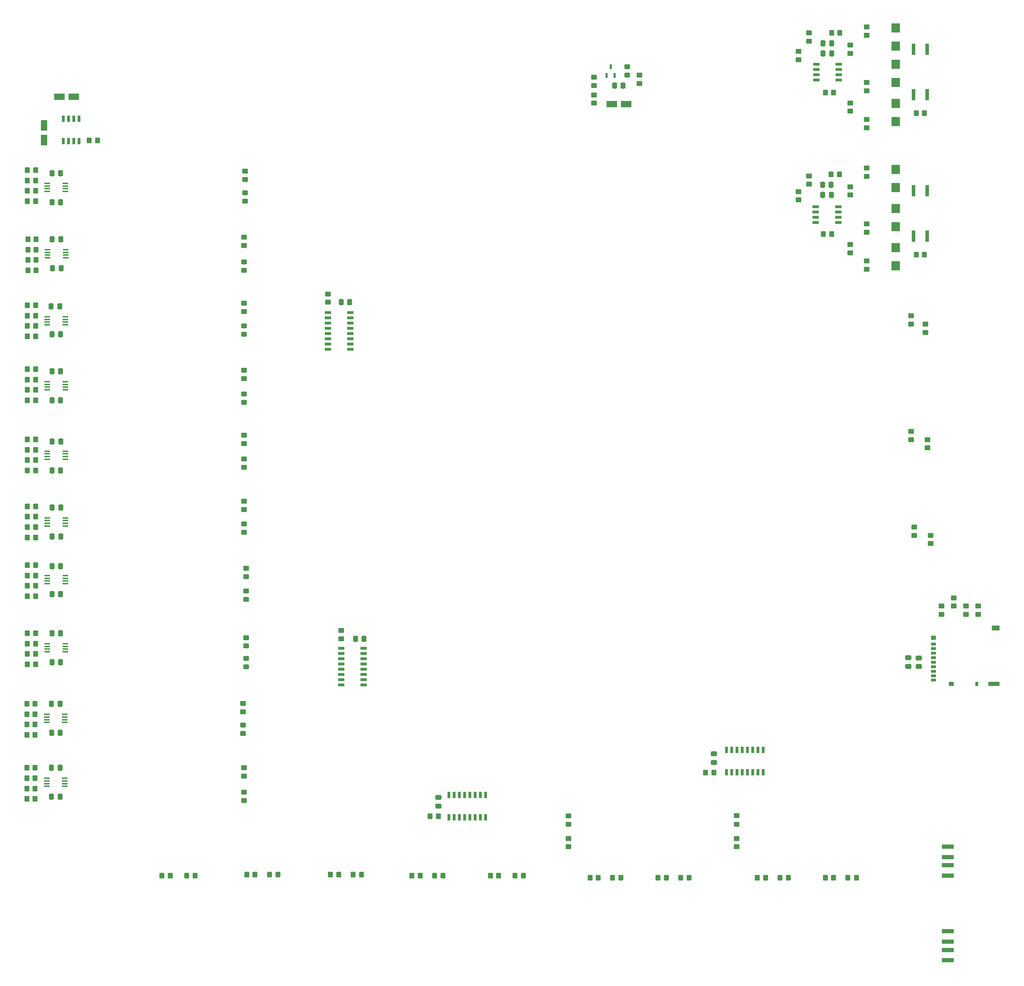
<source format=gbr>
%TF.GenerationSoftware,KiCad,Pcbnew,6.0.10-86aedd382b~118~ubuntu18.04.1*%
%TF.CreationDate,2024-06-09T22:46:35-03:00*%
%TF.ProjectId,salt,73616c74-2e6b-4696-9361-645f70636258,1.5*%
%TF.SameCoordinates,Original*%
%TF.FileFunction,Paste,Top*%
%TF.FilePolarity,Positive*%
%FSLAX46Y46*%
G04 Gerber Fmt 4.6, Leading zero omitted, Abs format (unit mm)*
G04 Created by KiCad (PCBNEW 6.0.10-86aedd382b~118~ubuntu18.04.1) date 2024-06-09 22:46:35*
%MOMM*%
%LPD*%
G01*
G04 APERTURE LIST*
G04 Aperture macros list*
%AMRoundRect*
0 Rectangle with rounded corners*
0 $1 Rounding radius*
0 $2 $3 $4 $5 $6 $7 $8 $9 X,Y pos of 4 corners*
0 Add a 4 corners polygon primitive as box body*
4,1,4,$2,$3,$4,$5,$6,$7,$8,$9,$2,$3,0*
0 Add four circle primitives for the rounded corners*
1,1,$1+$1,$2,$3*
1,1,$1+$1,$4,$5*
1,1,$1+$1,$6,$7*
1,1,$1+$1,$8,$9*
0 Add four rect primitives between the rounded corners*
20,1,$1+$1,$2,$3,$4,$5,0*
20,1,$1+$1,$4,$5,$6,$7,0*
20,1,$1+$1,$6,$7,$8,$9,0*
20,1,$1+$1,$8,$9,$2,$3,0*%
G04 Aperture macros list end*
%ADD10RoundRect,0.250000X-0.450000X0.350000X-0.450000X-0.350000X0.450000X-0.350000X0.450000X0.350000X0*%
%ADD11RoundRect,0.250000X-0.350000X-0.450000X0.350000X-0.450000X0.350000X0.450000X-0.350000X0.450000X0*%
%ADD12R,0.880000X2.810000*%
%ADD13RoundRect,0.250000X-0.450000X0.325000X-0.450000X-0.325000X0.450000X-0.325000X0.450000X0.325000X0*%
%ADD14RoundRect,0.250000X0.350000X0.450000X-0.350000X0.450000X-0.350000X-0.450000X0.350000X-0.450000X0*%
%ADD15RoundRect,0.250000X0.450000X-0.350000X0.450000X0.350000X-0.450000X0.350000X-0.450000X-0.350000X0*%
%ADD16R,2.500000X1.600000*%
%ADD17RoundRect,0.250000X-0.325000X-0.450000X0.325000X-0.450000X0.325000X0.450000X-0.325000X0.450000X0*%
%ADD18R,1.450000X0.450000*%
%ADD19RoundRect,0.250000X-0.337500X-0.475000X0.337500X-0.475000X0.337500X0.475000X-0.337500X0.475000X0*%
%ADD20R,1.525000X0.650000*%
%ADD21RoundRect,0.250000X0.337500X0.475000X-0.337500X0.475000X-0.337500X-0.475000X0.337500X-0.475000X0*%
%ADD22R,1.200000X0.700000*%
%ADD23R,1.200000X1.000000*%
%ADD24R,0.800000X1.000000*%
%ADD25R,2.800000X1.000000*%
%ADD26R,1.900000X1.300000*%
%ADD27R,2.150000X2.250000*%
%ADD28R,1.600000X2.500000*%
%ADD29R,2.880000X1.120000*%
%ADD30RoundRect,0.250000X0.475000X-0.337500X0.475000X0.337500X-0.475000X0.337500X-0.475000X-0.337500X0*%
%ADD31R,0.600000X1.300000*%
%ADD32R,1.528000X0.650000*%
%ADD33RoundRect,0.250000X0.450000X-0.325000X0.450000X0.325000X-0.450000X0.325000X-0.450000X-0.325000X0*%
%ADD34RoundRect,0.250000X-0.475000X0.337500X-0.475000X-0.337500X0.475000X-0.337500X0.475000X0.337500X0*%
%ADD35R,0.650000X1.525000*%
%ADD36R,0.650000X1.528000*%
G04 APERTURE END LIST*
D10*
%TO.C,R19*%
X261000000Y-51250000D03*
X261000000Y-53250000D03*
%TD*%
%TO.C,R2*%
X271750000Y-107800000D03*
X271750000Y-109800000D03*
%TD*%
D11*
%TO.C,R93*%
X57875000Y-89250000D03*
X59875000Y-89250000D03*
%TD*%
D12*
%TO.C,F2*%
X272365000Y-88500000D03*
X275635000Y-88500000D03*
%TD*%
D10*
%TO.C,R17*%
X261000000Y-94500000D03*
X261000000Y-96500000D03*
%TD*%
D13*
%TO.C,D14*%
X110750000Y-190795000D03*
X110750000Y-192845000D03*
%TD*%
D14*
%TO.C,R76*%
X59750000Y-80000000D03*
X57750000Y-80000000D03*
%TD*%
D15*
%TO.C,R37*%
X110750000Y-187820000D03*
X110750000Y-185820000D03*
%TD*%
D11*
%TO.C,R7*%
X250500000Y-88000000D03*
X252500000Y-88000000D03*
%TD*%
%TO.C,R73*%
X57750000Y-140250000D03*
X59750000Y-140250000D03*
%TD*%
D16*
%TO.C,C5*%
X199250000Y-56477064D03*
X202750000Y-56477064D03*
%TD*%
D11*
%TO.C,R60*%
X57625000Y-204375000D03*
X59625000Y-204375000D03*
%TD*%
D15*
%TO.C,R3*%
X244500000Y-79700000D03*
X244500000Y-77700000D03*
%TD*%
D17*
%TO.C,D25*%
X175850000Y-243500000D03*
X177900000Y-243500000D03*
%TD*%
D15*
%TO.C,R1*%
X275200000Y-111800000D03*
X275200000Y-109800000D03*
%TD*%
D18*
%TO.C,IC11*%
X62550000Y-140600000D03*
X62550000Y-141250000D03*
X62550000Y-141900000D03*
X62550000Y-142550000D03*
X66950000Y-142550000D03*
X66950000Y-141900000D03*
X66950000Y-141250000D03*
X66950000Y-140600000D03*
%TD*%
D15*
%TO.C,R23*%
X195000000Y-51977064D03*
X195000000Y-49977064D03*
%TD*%
D19*
%TO.C,C9*%
X137212500Y-186086000D03*
X139287500Y-186086000D03*
%TD*%
D13*
%TO.C,D20*%
X110250000Y-110225000D03*
X110250000Y-112275000D03*
%TD*%
D20*
%TO.C,IC4*%
X139167000Y-197311000D03*
X139167000Y-196041000D03*
X139167000Y-194771000D03*
X139167000Y-193501000D03*
X139167000Y-192231000D03*
X139167000Y-190961000D03*
X139167000Y-189691000D03*
X139167000Y-188421000D03*
X133743000Y-188421000D03*
X133743000Y-189691000D03*
X133743000Y-190961000D03*
X133743000Y-192231000D03*
X133743000Y-193501000D03*
X133743000Y-194771000D03*
X133743000Y-196041000D03*
X133743000Y-197311000D03*
%TD*%
D14*
%TO.C,R82*%
X59750000Y-175750000D03*
X57750000Y-175750000D03*
%TD*%
%TO.C,R92*%
X59875000Y-96750000D03*
X57875000Y-96750000D03*
%TD*%
D11*
%TO.C,R83*%
X57750000Y-168250000D03*
X59750000Y-168250000D03*
%TD*%
D21*
%TO.C,C30*%
X65787500Y-191750000D03*
X63712500Y-191750000D03*
%TD*%
D11*
%TO.C,R99*%
X57750000Y-184750000D03*
X59750000Y-184750000D03*
%TD*%
D21*
%TO.C,C2*%
X252537500Y-41700000D03*
X250462500Y-41700000D03*
%TD*%
D19*
%TO.C,C6*%
X199962500Y-51977064D03*
X202037500Y-51977064D03*
%TD*%
D21*
%TO.C,C29*%
X65787500Y-184750000D03*
X63712500Y-184750000D03*
%TD*%
D17*
%TO.C,D24*%
X156325000Y-243500000D03*
X158375000Y-243500000D03*
%TD*%
D10*
%TO.C,R50*%
X279088000Y-178175000D03*
X279088000Y-180175000D03*
%TD*%
D22*
%TO.C,J21*%
X277176000Y-187400000D03*
X277176000Y-188500000D03*
X277176000Y-189600000D03*
X277176000Y-190700000D03*
X277176000Y-191800000D03*
X277176000Y-192900000D03*
X277176000Y-194000000D03*
X277176000Y-195100000D03*
D23*
X277176000Y-185850000D03*
D22*
X277176000Y-196050000D03*
D23*
X281476000Y-197000000D03*
D24*
X287675000Y-197000000D03*
D25*
X291825000Y-197000000D03*
D26*
X292276000Y-183500000D03*
%TD*%
D18*
%TO.C,IC12*%
X62550000Y-170775000D03*
X62550000Y-171425000D03*
X62550000Y-172075000D03*
X62550000Y-172725000D03*
X66950000Y-172725000D03*
X66950000Y-172075000D03*
X66950000Y-171425000D03*
X66950000Y-170775000D03*
%TD*%
D14*
%TO.C,R53*%
X171875000Y-243500000D03*
X169875000Y-243500000D03*
%TD*%
D11*
%TO.C,R70*%
X57750000Y-110250000D03*
X59750000Y-110250000D03*
%TD*%
D15*
%TO.C,R39*%
X110250000Y-123000000D03*
X110250000Y-121000000D03*
%TD*%
D14*
%TO.C,R58*%
X157250000Y-229125000D03*
X155250000Y-229125000D03*
%TD*%
D27*
%TO.C,D6*%
X268000000Y-60700000D03*
X268000000Y-56300000D03*
%TD*%
D21*
%TO.C,C28*%
X65787500Y-175250000D03*
X63712500Y-175250000D03*
%TD*%
D14*
%TO.C,R56*%
X92350000Y-243500000D03*
X90350000Y-243500000D03*
%TD*%
D21*
%TO.C,C34*%
X65662500Y-224375000D03*
X63587500Y-224375000D03*
%TD*%
D28*
%TO.C,C14*%
X61750000Y-61650000D03*
X61750000Y-65150000D03*
%TD*%
D10*
%TO.C,R54*%
X288058000Y-178175000D03*
X288058000Y-180175000D03*
%TD*%
D12*
%TO.C,F3*%
X272365000Y-43200000D03*
X275635000Y-43200000D03*
%TD*%
D14*
%TO.C,R98*%
X59750000Y-192250000D03*
X57750000Y-192250000D03*
%TD*%
D21*
%TO.C,C4*%
X252537500Y-44200000D03*
X250462500Y-44200000D03*
%TD*%
D14*
%TO.C,R80*%
X59750000Y-145250000D03*
X57750000Y-145250000D03*
%TD*%
D21*
%TO.C,C23*%
X65825000Y-138250000D03*
X63750000Y-138250000D03*
%TD*%
D11*
%TO.C,R85*%
X57875000Y-91750000D03*
X59875000Y-91750000D03*
%TD*%
D18*
%TO.C,IC10*%
X62550000Y-108024999D03*
X62550000Y-108674999D03*
X62550000Y-109324999D03*
X62550000Y-109974999D03*
X66950000Y-109974999D03*
X66950000Y-109324999D03*
X66950000Y-108674999D03*
X66950000Y-108024999D03*
%TD*%
D10*
%TO.C,R15*%
X261000000Y-72000000D03*
X261000000Y-74000000D03*
%TD*%
D11*
%TO.C,R63*%
X72750000Y-65250000D03*
X74750000Y-65250000D03*
%TD*%
D14*
%TO.C,R94*%
X59750000Y-128250000D03*
X57750000Y-128250000D03*
%TD*%
D21*
%TO.C,C3*%
X252437500Y-78500000D03*
X250362500Y-78500000D03*
%TD*%
%TO.C,C22*%
X65787500Y-128250000D03*
X63712500Y-128250000D03*
%TD*%
D13*
%TO.C,D22*%
X110750000Y-174475000D03*
X110750000Y-176525000D03*
%TD*%
D21*
%TO.C,C18*%
X65912500Y-96250000D03*
X63837500Y-96250000D03*
%TD*%
D11*
%TO.C,R87*%
X57750000Y-123250000D03*
X59750000Y-123250000D03*
%TD*%
D29*
%TO.C,J11*%
X280640000Y-264000000D03*
X280640000Y-261500000D03*
X280640000Y-259500000D03*
X280640000Y-257000000D03*
%TD*%
D13*
%TO.C,D16*%
X110250000Y-126725000D03*
X110250000Y-128775000D03*
%TD*%
D11*
%TO.C,R95*%
X57750000Y-120750000D03*
X59750000Y-120750000D03*
%TD*%
D21*
%TO.C,C19*%
X65575000Y-105500000D03*
X63500000Y-105500000D03*
%TD*%
D27*
%TO.C,D2*%
X268000000Y-86200000D03*
X268000000Y-81800000D03*
%TD*%
D15*
%TO.C,R47*%
X110000000Y-203750000D03*
X110000000Y-201750000D03*
%TD*%
D17*
%TO.C,D13*%
X215975000Y-244000000D03*
X218025000Y-244000000D03*
%TD*%
%TO.C,D12*%
X199475000Y-244000000D03*
X201525000Y-244000000D03*
%TD*%
D13*
%TO.C,D18*%
X110250000Y-223250000D03*
X110250000Y-225300000D03*
%TD*%
D11*
%TO.C,R89*%
X57750000Y-156500000D03*
X59750000Y-156500000D03*
%TD*%
D15*
%TO.C,R27*%
X276500000Y-163000000D03*
X276500000Y-161000000D03*
%TD*%
D18*
%TO.C,IC8*%
X62425000Y-219900000D03*
X62425000Y-220550000D03*
X62425000Y-221200000D03*
X62425000Y-221850000D03*
X66825000Y-221850000D03*
X66825000Y-221200000D03*
X66825000Y-220550000D03*
X66825000Y-219900000D03*
%TD*%
D11*
%TO.C,R72*%
X57750000Y-142750000D03*
X59750000Y-142750000D03*
%TD*%
D14*
%TO.C,R32*%
X253000000Y-244000000D03*
X251000000Y-244000000D03*
%TD*%
D15*
%TO.C,R43*%
X110250000Y-138750000D03*
X110250000Y-136750000D03*
%TD*%
D30*
%TO.C,C7*%
X224000000Y-216037500D03*
X224000000Y-213962500D03*
%TD*%
D18*
%TO.C,IC16*%
X62550000Y-187275000D03*
X62550000Y-187925000D03*
X62550000Y-188575000D03*
X62550000Y-189225000D03*
X66950000Y-189225000D03*
X66950000Y-188575000D03*
X66950000Y-187925000D03*
X66950000Y-187275000D03*
%TD*%
D31*
%TO.C,IC1*%
X198050000Y-49527064D03*
X199950000Y-49527064D03*
X199000000Y-47427064D03*
%TD*%
D14*
%TO.C,R52*%
X152875000Y-243500000D03*
X150875000Y-243500000D03*
%TD*%
D11*
%TO.C,R71*%
X57750000Y-107750000D03*
X59750000Y-107750000D03*
%TD*%
D13*
%TO.C,D21*%
X110500000Y-77975000D03*
X110500000Y-80025000D03*
%TD*%
D21*
%TO.C,C27*%
X65787500Y-168485000D03*
X63712500Y-168485000D03*
%TD*%
%TO.C,C21*%
X65787500Y-121250000D03*
X63712500Y-121250000D03*
%TD*%
D27*
%TO.C,D5*%
X268000000Y-51200000D03*
X268000000Y-46800000D03*
%TD*%
D32*
%TO.C,U3*%
X248789000Y-46795000D03*
X248789000Y-48065000D03*
X248789000Y-49335000D03*
X248789000Y-50605000D03*
X254211000Y-50605000D03*
X254211000Y-49335000D03*
X254211000Y-48065000D03*
X254211000Y-46795000D03*
%TD*%
D17*
%TO.C,D26*%
X116375000Y-243225000D03*
X118425000Y-243225000D03*
%TD*%
D11*
%TO.C,R67*%
X57625000Y-217375000D03*
X59625000Y-217375000D03*
%TD*%
D10*
%TO.C,R18*%
X261000000Y-37750000D03*
X261000000Y-39750000D03*
%TD*%
D33*
%TO.C,D8*%
X229500000Y-231025000D03*
X229500000Y-228975000D03*
%TD*%
D21*
%TO.C,C1*%
X252387500Y-76000000D03*
X250312500Y-76000000D03*
%TD*%
D12*
%TO.C,F1*%
X272365000Y-77500000D03*
X275635000Y-77500000D03*
%TD*%
D14*
%TO.C,R36*%
X212500000Y-244000000D03*
X210500000Y-244000000D03*
%TD*%
D10*
%TO.C,R34*%
X188775000Y-234500000D03*
X188775000Y-236500000D03*
%TD*%
D17*
%TO.C,D28*%
X136625000Y-243250000D03*
X138675000Y-243250000D03*
%TD*%
D29*
%TO.C,J10*%
X280640000Y-243500000D03*
X280640000Y-241000000D03*
X280640000Y-239000000D03*
X280640000Y-236500000D03*
%TD*%
D17*
%TO.C,D27*%
X96350000Y-243500000D03*
X98400000Y-243500000D03*
%TD*%
D15*
%TO.C,R25*%
X206000000Y-51477064D03*
X206000000Y-49477064D03*
%TD*%
D13*
%TO.C,D17*%
X110250000Y-94725000D03*
X110250000Y-96775000D03*
%TD*%
D18*
%TO.C,IC15*%
X62550000Y-156775000D03*
X62550000Y-157425000D03*
X62550000Y-158075000D03*
X62550000Y-158725000D03*
X66950000Y-158725000D03*
X66950000Y-158075000D03*
X66950000Y-157425000D03*
X66950000Y-156775000D03*
%TD*%
D14*
%TO.C,R33*%
X224000000Y-218500000D03*
X222000000Y-218500000D03*
%TD*%
D10*
%TO.C,R16*%
X261000000Y-85500000D03*
X261000000Y-87500000D03*
%TD*%
D21*
%TO.C,C16*%
X65787500Y-80250000D03*
X63712500Y-80250000D03*
%TD*%
D10*
%TO.C,R30*%
X229500000Y-234500000D03*
X229500000Y-236500000D03*
%TD*%
D18*
%TO.C,IC14*%
X62550000Y-123775000D03*
X62550000Y-124425000D03*
X62550000Y-125075000D03*
X62550000Y-125725000D03*
X66950000Y-125725000D03*
X66950000Y-125075000D03*
X66950000Y-124425000D03*
X66950000Y-123775000D03*
%TD*%
D11*
%TO.C,R74*%
X57750000Y-173250000D03*
X59750000Y-173250000D03*
%TD*%
D15*
%TO.C,R45*%
X110500000Y-74750000D03*
X110500000Y-72750000D03*
%TD*%
D18*
%TO.C,IC6*%
X62425000Y-204400000D03*
X62425000Y-205050000D03*
X62425000Y-205700000D03*
X62425000Y-206350000D03*
X66825000Y-206350000D03*
X66825000Y-205700000D03*
X66825000Y-205050000D03*
X66825000Y-204400000D03*
%TD*%
D11*
%TO.C,R75*%
X57750000Y-170750000D03*
X59750000Y-170750000D03*
%TD*%
D34*
%TO.C,C11*%
X273588000Y-190712500D03*
X273588000Y-192787500D03*
%TD*%
D14*
%TO.C,R35*%
X196000000Y-244000000D03*
X194000000Y-244000000D03*
%TD*%
D13*
%TO.C,D15*%
X110250000Y-158250000D03*
X110250000Y-160300000D03*
%TD*%
D21*
%TO.C,C17*%
X65837500Y-89250000D03*
X63762500Y-89250000D03*
%TD*%
D10*
%TO.C,R13*%
X257000000Y-42200000D03*
X257000000Y-44200000D03*
%TD*%
D11*
%TO.C,R86*%
X57750000Y-125750000D03*
X59750000Y-125750000D03*
%TD*%
D10*
%TO.C,R11*%
X257000000Y-76500000D03*
X257000000Y-78500000D03*
%TD*%
D11*
%TO.C,R91*%
X57750000Y-187250000D03*
X59750000Y-187250000D03*
%TD*%
D14*
%TO.C,R22*%
X275000000Y-58700000D03*
X273000000Y-58700000D03*
%TD*%
D34*
%TO.C,C10*%
X271088000Y-190675000D03*
X271088000Y-192750000D03*
%TD*%
D14*
%TO.C,R31*%
X236500000Y-244000000D03*
X234500000Y-244000000D03*
%TD*%
D11*
%TO.C,R69*%
X57750000Y-75000000D03*
X59750000Y-75000000D03*
%TD*%
D10*
%TO.C,R20*%
X261000000Y-60200000D03*
X261000000Y-62200000D03*
%TD*%
D35*
%TO.C,IC2*%
X235945000Y-213038000D03*
X234675000Y-213038000D03*
X233405000Y-213038000D03*
X232135000Y-213038000D03*
X230865000Y-213038000D03*
X229595000Y-213038000D03*
X228325000Y-213038000D03*
X227055000Y-213038000D03*
X227055000Y-218462000D03*
X228325000Y-218462000D03*
X229595000Y-218462000D03*
X230865000Y-218462000D03*
X232135000Y-218462000D03*
X233405000Y-218462000D03*
X234675000Y-218462000D03*
X235945000Y-218462000D03*
%TD*%
D10*
%TO.C,R14*%
X257000000Y-56200000D03*
X257000000Y-58200000D03*
%TD*%
D14*
%TO.C,R96*%
X59750000Y-161500000D03*
X57750000Y-161500000D03*
%TD*%
D13*
%TO.C,D19*%
X110250000Y-142475000D03*
X110250000Y-144525000D03*
%TD*%
%TO.C,D23*%
X110000000Y-206975000D03*
X110000000Y-209025000D03*
%TD*%
D16*
%TO.C,C13*%
X69000000Y-54650000D03*
X65500000Y-54650000D03*
%TD*%
D15*
%TO.C,R5*%
X244500000Y-45700000D03*
X244500000Y-43700000D03*
%TD*%
D27*
%TO.C,D4*%
X268000000Y-42400000D03*
X268000000Y-38000000D03*
%TD*%
D15*
%TO.C,R29*%
X275750000Y-139800000D03*
X275750000Y-137800000D03*
%TD*%
D18*
%TO.C,IC9*%
X62550000Y-75675000D03*
X62550000Y-76325000D03*
X62550000Y-76975000D03*
X62550000Y-77625000D03*
X66950000Y-77625000D03*
X66950000Y-76975000D03*
X66950000Y-76325000D03*
X66950000Y-75675000D03*
%TD*%
D21*
%TO.C,C33*%
X65662500Y-217375000D03*
X63587500Y-217375000D03*
%TD*%
D14*
%TO.C,R66*%
X59625000Y-224875000D03*
X57625000Y-224875000D03*
%TD*%
D21*
%TO.C,C31*%
X65662500Y-201875000D03*
X63587500Y-201875000D03*
%TD*%
D33*
%TO.C,D7*%
X203000000Y-49477064D03*
X203000000Y-47427064D03*
%TD*%
D27*
%TO.C,D1*%
X268000000Y-76700000D03*
X268000000Y-72300000D03*
%TD*%
D21*
%TO.C,C20*%
X65787500Y-112250000D03*
X63712500Y-112250000D03*
%TD*%
D10*
%TO.C,R28*%
X271750000Y-135800000D03*
X271750000Y-137800000D03*
%TD*%
D11*
%TO.C,R64*%
X57625000Y-222375000D03*
X59625000Y-222375000D03*
%TD*%
D33*
%TO.C,D11*%
X188775000Y-231050000D03*
X188775000Y-229000000D03*
%TD*%
D11*
%TO.C,R59*%
X57625000Y-206875000D03*
X59625000Y-206875000D03*
%TD*%
%TO.C,R65*%
X57625000Y-219875000D03*
X59625000Y-219875000D03*
%TD*%
D14*
%TO.C,R9*%
X254400000Y-73500000D03*
X252400000Y-73500000D03*
%TD*%
D15*
%TO.C,R46*%
X110750000Y-171000000D03*
X110750000Y-169000000D03*
%TD*%
%TO.C,R40*%
X110250000Y-90750000D03*
X110250000Y-88750000D03*
%TD*%
D32*
%TO.C,U2*%
X248689000Y-81322064D03*
X248689000Y-82592064D03*
X248689000Y-83862064D03*
X248689000Y-85132064D03*
X254111000Y-85132064D03*
X254111000Y-83862064D03*
X254111000Y-82592064D03*
X254111000Y-81322064D03*
%TD*%
D36*
%TO.C,IC7*%
X70255000Y-60039000D03*
X68985000Y-60039000D03*
X67715000Y-60039000D03*
X66445000Y-60039000D03*
X66445000Y-65461000D03*
X67715000Y-65461000D03*
X68985000Y-65461000D03*
X70255000Y-65461000D03*
%TD*%
D14*
%TO.C,R10*%
X254500000Y-39200000D03*
X252500000Y-39200000D03*
%TD*%
D11*
%TO.C,R84*%
X57875000Y-94250000D03*
X59875000Y-94250000D03*
%TD*%
D35*
%TO.C,IC5*%
X168695000Y-223913000D03*
X167425000Y-223913000D03*
X166155000Y-223913000D03*
X164885000Y-223913000D03*
X163615000Y-223913000D03*
X162345000Y-223913000D03*
X161075000Y-223913000D03*
X159805000Y-223913000D03*
X159805000Y-229337000D03*
X161075000Y-229337000D03*
X162345000Y-229337000D03*
X163615000Y-229337000D03*
X164885000Y-229337000D03*
X166155000Y-229337000D03*
X167425000Y-229337000D03*
X168695000Y-229337000D03*
%TD*%
D17*
%TO.C,D10*%
X256475000Y-244000000D03*
X258525000Y-244000000D03*
%TD*%
D27*
%TO.C,D3*%
X268000000Y-95700000D03*
X268000000Y-91300000D03*
%TD*%
D21*
%TO.C,C32*%
X65700000Y-208875000D03*
X63625000Y-208875000D03*
%TD*%
D15*
%TO.C,R41*%
X110250000Y-219375000D03*
X110250000Y-217375000D03*
%TD*%
%TO.C,R48*%
X133750000Y-186086000D03*
X133750000Y-184086000D03*
%TD*%
D21*
%TO.C,C25*%
X65825000Y-154250000D03*
X63750000Y-154250000D03*
%TD*%
D11*
%TO.C,R8*%
X251000000Y-53700000D03*
X253000000Y-53700000D03*
%TD*%
D21*
%TO.C,C15*%
X65787500Y-73250000D03*
X63712500Y-73250000D03*
%TD*%
D10*
%TO.C,R49*%
X285088000Y-178175000D03*
X285088000Y-180175000D03*
%TD*%
D11*
%TO.C,R79*%
X57750000Y-105250000D03*
X59750000Y-105250000D03*
%TD*%
D14*
%TO.C,R21*%
X275000000Y-93000000D03*
X273000000Y-93000000D03*
%TD*%
D15*
%TO.C,R44*%
X110250000Y-106750000D03*
X110250000Y-104750000D03*
%TD*%
D17*
%TO.C,D9*%
X239975000Y-244000000D03*
X242025000Y-244000000D03*
%TD*%
D11*
%TO.C,R97*%
X57750000Y-154000000D03*
X59750000Y-154000000D03*
%TD*%
D30*
%TO.C,C12*%
X157250000Y-226625000D03*
X157250000Y-224550000D03*
%TD*%
D11*
%TO.C,R77*%
X57750000Y-72500000D03*
X59750000Y-72500000D03*
%TD*%
D10*
%TO.C,R24*%
X194985000Y-54250000D03*
X194985000Y-56250000D03*
%TD*%
D21*
%TO.C,C26*%
X65825000Y-161250000D03*
X63750000Y-161250000D03*
%TD*%
D11*
%TO.C,R68*%
X57750000Y-77500000D03*
X59750000Y-77500000D03*
%TD*%
D20*
%TO.C,IC3*%
X135962000Y-115945000D03*
X135962000Y-114675000D03*
X135962000Y-113405000D03*
X135962000Y-112135000D03*
X135962000Y-110865000D03*
X135962000Y-109595000D03*
X135962000Y-108325000D03*
X135962000Y-107055000D03*
X130538000Y-107055000D03*
X130538000Y-108325000D03*
X130538000Y-109595000D03*
X130538000Y-110865000D03*
X130538000Y-112135000D03*
X130538000Y-113405000D03*
X130538000Y-114675000D03*
X130538000Y-115945000D03*
%TD*%
D15*
%TO.C,R51*%
X282088000Y-178175000D03*
X282088000Y-176175000D03*
%TD*%
D14*
%TO.C,R55*%
X112875000Y-243225000D03*
X110875000Y-243225000D03*
%TD*%
D10*
%TO.C,R6*%
X247000000Y-39200000D03*
X247000000Y-41200000D03*
%TD*%
D12*
%TO.C,F4*%
X272365000Y-54200000D03*
X275635000Y-54200000D03*
%TD*%
D11*
%TO.C,R88*%
X57750000Y-159000000D03*
X59750000Y-159000000D03*
%TD*%
D14*
%TO.C,R57*%
X133125000Y-243250000D03*
X131125000Y-243250000D03*
%TD*%
D10*
%TO.C,R4*%
X247000000Y-73900000D03*
X247000000Y-75900000D03*
%TD*%
D18*
%TO.C,IC13*%
X62675000Y-91775000D03*
X62675000Y-92425000D03*
X62675000Y-93075000D03*
X62675000Y-93725000D03*
X67075000Y-93725000D03*
X67075000Y-93075000D03*
X67075000Y-92425000D03*
X67075000Y-91775000D03*
%TD*%
D11*
%TO.C,R90*%
X57750000Y-189750000D03*
X59750000Y-189750000D03*
%TD*%
%TO.C,R62*%
X57625000Y-201875000D03*
X59625000Y-201875000D03*
%TD*%
D10*
%TO.C,R26*%
X272500000Y-159000000D03*
X272500000Y-161000000D03*
%TD*%
D19*
%TO.C,C8*%
X133750000Y-104500000D03*
X135825000Y-104500000D03*
%TD*%
D11*
%TO.C,R81*%
X57750000Y-137750000D03*
X59750000Y-137750000D03*
%TD*%
D15*
%TO.C,R38*%
X110250000Y-154750000D03*
X110250000Y-152750000D03*
%TD*%
%TO.C,R42*%
X130500000Y-104500000D03*
X130500000Y-102500000D03*
%TD*%
D14*
%TO.C,R61*%
X59625000Y-209375000D03*
X57625000Y-209375000D03*
%TD*%
D21*
%TO.C,C24*%
X65787500Y-145250000D03*
X63712500Y-145250000D03*
%TD*%
D14*
%TO.C,R78*%
X59750000Y-112750000D03*
X57750000Y-112750000D03*
%TD*%
D10*
%TO.C,R12*%
X257000000Y-90500000D03*
X257000000Y-92500000D03*
%TD*%
M02*

</source>
